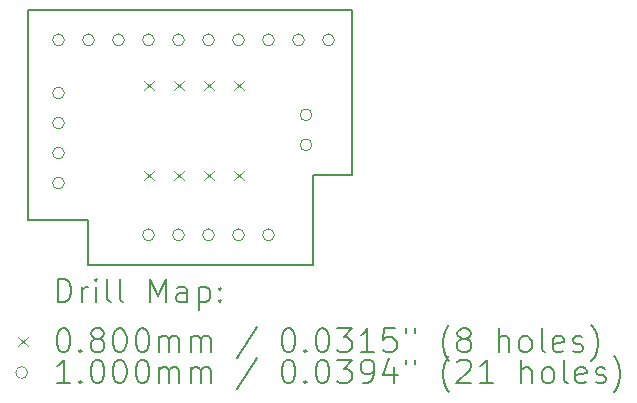
<source format=gbr>
%TF.GenerationSoftware,KiCad,Pcbnew,(6.0.10)*%
%TF.CreationDate,2023-02-01T23:57:24+02:00*%
%TF.ProjectId,Bomb,426f6d62-2e6b-4696-9361-645f70636258,rev?*%
%TF.SameCoordinates,Original*%
%TF.FileFunction,Drillmap*%
%TF.FilePolarity,Positive*%
%FSLAX45Y45*%
G04 Gerber Fmt 4.5, Leading zero omitted, Abs format (unit mm)*
G04 Created by KiCad (PCBNEW (6.0.10)) date 2023-02-01 23:57:24*
%MOMM*%
%LPD*%
G01*
G04 APERTURE LIST*
%ADD10C,0.150000*%
%ADD11C,0.200000*%
%ADD12C,0.080000*%
%ADD13C,0.100000*%
G04 APERTURE END LIST*
D10*
X11524000Y-6444000D02*
X11524000Y-4666000D01*
X12032000Y-6444000D02*
X12032000Y-6825000D01*
X13937000Y-6063000D02*
X13937000Y-6825000D01*
X11524000Y-6444000D02*
X12032000Y-6444000D01*
X14267200Y-4666000D02*
X14267200Y-6063000D01*
X13937000Y-6825000D02*
X12032000Y-6825000D01*
X11524000Y-4666000D02*
X14267200Y-4666000D01*
X13937000Y-6063000D02*
X14267200Y-6063000D01*
D11*
D12*
X12503926Y-5266624D02*
X12583926Y-5346624D01*
X12583926Y-5266624D02*
X12503926Y-5346624D01*
X12503926Y-6028624D02*
X12583926Y-6108624D01*
X12583926Y-6028624D02*
X12503926Y-6108624D01*
X12757926Y-5266624D02*
X12837926Y-5346624D01*
X12837926Y-5266624D02*
X12757926Y-5346624D01*
X12757926Y-6028624D02*
X12837926Y-6108624D01*
X12837926Y-6028624D02*
X12757926Y-6108624D01*
X13011926Y-5266624D02*
X13091926Y-5346624D01*
X13091926Y-5266624D02*
X13011926Y-5346624D01*
X13011926Y-6028624D02*
X13091926Y-6108624D01*
X13091926Y-6028624D02*
X13011926Y-6108624D01*
X13265926Y-5266624D02*
X13345926Y-5346624D01*
X13345926Y-5266624D02*
X13265926Y-5346624D01*
X13265926Y-6028624D02*
X13345926Y-6108624D01*
X13345926Y-6028624D02*
X13265926Y-6108624D01*
D13*
X11828000Y-4920000D02*
G75*
G03*
X11828000Y-4920000I-50000J0D01*
G01*
X11828000Y-5370750D02*
G75*
G03*
X11828000Y-5370750I-50000J0D01*
G01*
X11828000Y-5624750D02*
G75*
G03*
X11828000Y-5624750I-50000J0D01*
G01*
X11828000Y-5878750D02*
G75*
G03*
X11828000Y-5878750I-50000J0D01*
G01*
X11828000Y-6132750D02*
G75*
G03*
X11828000Y-6132750I-50000J0D01*
G01*
X12082000Y-4920000D02*
G75*
G03*
X12082000Y-4920000I-50000J0D01*
G01*
X12336000Y-4920000D02*
G75*
G03*
X12336000Y-4920000I-50000J0D01*
G01*
X12590000Y-4920000D02*
G75*
G03*
X12590000Y-4920000I-50000J0D01*
G01*
X12590000Y-6571000D02*
G75*
G03*
X12590000Y-6571000I-50000J0D01*
G01*
X12844000Y-4920000D02*
G75*
G03*
X12844000Y-4920000I-50000J0D01*
G01*
X12844000Y-6571000D02*
G75*
G03*
X12844000Y-6571000I-50000J0D01*
G01*
X13098000Y-4920000D02*
G75*
G03*
X13098000Y-4920000I-50000J0D01*
G01*
X13098000Y-6571000D02*
G75*
G03*
X13098000Y-6571000I-50000J0D01*
G01*
X13352000Y-4920000D02*
G75*
G03*
X13352000Y-4920000I-50000J0D01*
G01*
X13352000Y-6571000D02*
G75*
G03*
X13352000Y-6571000I-50000J0D01*
G01*
X13606000Y-4920000D02*
G75*
G03*
X13606000Y-4920000I-50000J0D01*
G01*
X13606000Y-6571000D02*
G75*
G03*
X13606000Y-6571000I-50000J0D01*
G01*
X13860000Y-4920000D02*
G75*
G03*
X13860000Y-4920000I-50000J0D01*
G01*
X13923500Y-5555000D02*
G75*
G03*
X13923500Y-5555000I-50000J0D01*
G01*
X13923500Y-5809000D02*
G75*
G03*
X13923500Y-5809000I-50000J0D01*
G01*
X14114000Y-4920000D02*
G75*
G03*
X14114000Y-4920000I-50000J0D01*
G01*
D11*
X11774119Y-7142976D02*
X11774119Y-6942976D01*
X11821738Y-6942976D01*
X11850309Y-6952500D01*
X11869357Y-6971548D01*
X11878881Y-6990595D01*
X11888405Y-7028690D01*
X11888405Y-7057262D01*
X11878881Y-7095357D01*
X11869357Y-7114405D01*
X11850309Y-7133452D01*
X11821738Y-7142976D01*
X11774119Y-7142976D01*
X11974119Y-7142976D02*
X11974119Y-7009643D01*
X11974119Y-7047738D02*
X11983643Y-7028690D01*
X11993167Y-7019167D01*
X12012214Y-7009643D01*
X12031262Y-7009643D01*
X12097928Y-7142976D02*
X12097928Y-7009643D01*
X12097928Y-6942976D02*
X12088405Y-6952500D01*
X12097928Y-6962024D01*
X12107452Y-6952500D01*
X12097928Y-6942976D01*
X12097928Y-6962024D01*
X12221738Y-7142976D02*
X12202690Y-7133452D01*
X12193167Y-7114405D01*
X12193167Y-6942976D01*
X12326500Y-7142976D02*
X12307452Y-7133452D01*
X12297928Y-7114405D01*
X12297928Y-6942976D01*
X12555071Y-7142976D02*
X12555071Y-6942976D01*
X12621738Y-7085833D01*
X12688405Y-6942976D01*
X12688405Y-7142976D01*
X12869357Y-7142976D02*
X12869357Y-7038214D01*
X12859833Y-7019167D01*
X12840786Y-7009643D01*
X12802690Y-7009643D01*
X12783643Y-7019167D01*
X12869357Y-7133452D02*
X12850309Y-7142976D01*
X12802690Y-7142976D01*
X12783643Y-7133452D01*
X12774119Y-7114405D01*
X12774119Y-7095357D01*
X12783643Y-7076309D01*
X12802690Y-7066786D01*
X12850309Y-7066786D01*
X12869357Y-7057262D01*
X12964595Y-7009643D02*
X12964595Y-7209643D01*
X12964595Y-7019167D02*
X12983643Y-7009643D01*
X13021738Y-7009643D01*
X13040786Y-7019167D01*
X13050309Y-7028690D01*
X13059833Y-7047738D01*
X13059833Y-7104881D01*
X13050309Y-7123928D01*
X13040786Y-7133452D01*
X13021738Y-7142976D01*
X12983643Y-7142976D01*
X12964595Y-7133452D01*
X13145548Y-7123928D02*
X13155071Y-7133452D01*
X13145548Y-7142976D01*
X13136024Y-7133452D01*
X13145548Y-7123928D01*
X13145548Y-7142976D01*
X13145548Y-7019167D02*
X13155071Y-7028690D01*
X13145548Y-7038214D01*
X13136024Y-7028690D01*
X13145548Y-7019167D01*
X13145548Y-7038214D01*
D12*
X11436500Y-7432500D02*
X11516500Y-7512500D01*
X11516500Y-7432500D02*
X11436500Y-7512500D01*
D11*
X11812214Y-7362976D02*
X11831262Y-7362976D01*
X11850309Y-7372500D01*
X11859833Y-7382024D01*
X11869357Y-7401071D01*
X11878881Y-7439167D01*
X11878881Y-7486786D01*
X11869357Y-7524881D01*
X11859833Y-7543928D01*
X11850309Y-7553452D01*
X11831262Y-7562976D01*
X11812214Y-7562976D01*
X11793167Y-7553452D01*
X11783643Y-7543928D01*
X11774119Y-7524881D01*
X11764595Y-7486786D01*
X11764595Y-7439167D01*
X11774119Y-7401071D01*
X11783643Y-7382024D01*
X11793167Y-7372500D01*
X11812214Y-7362976D01*
X11964595Y-7543928D02*
X11974119Y-7553452D01*
X11964595Y-7562976D01*
X11955071Y-7553452D01*
X11964595Y-7543928D01*
X11964595Y-7562976D01*
X12088405Y-7448690D02*
X12069357Y-7439167D01*
X12059833Y-7429643D01*
X12050309Y-7410595D01*
X12050309Y-7401071D01*
X12059833Y-7382024D01*
X12069357Y-7372500D01*
X12088405Y-7362976D01*
X12126500Y-7362976D01*
X12145548Y-7372500D01*
X12155071Y-7382024D01*
X12164595Y-7401071D01*
X12164595Y-7410595D01*
X12155071Y-7429643D01*
X12145548Y-7439167D01*
X12126500Y-7448690D01*
X12088405Y-7448690D01*
X12069357Y-7458214D01*
X12059833Y-7467738D01*
X12050309Y-7486786D01*
X12050309Y-7524881D01*
X12059833Y-7543928D01*
X12069357Y-7553452D01*
X12088405Y-7562976D01*
X12126500Y-7562976D01*
X12145548Y-7553452D01*
X12155071Y-7543928D01*
X12164595Y-7524881D01*
X12164595Y-7486786D01*
X12155071Y-7467738D01*
X12145548Y-7458214D01*
X12126500Y-7448690D01*
X12288405Y-7362976D02*
X12307452Y-7362976D01*
X12326500Y-7372500D01*
X12336024Y-7382024D01*
X12345548Y-7401071D01*
X12355071Y-7439167D01*
X12355071Y-7486786D01*
X12345548Y-7524881D01*
X12336024Y-7543928D01*
X12326500Y-7553452D01*
X12307452Y-7562976D01*
X12288405Y-7562976D01*
X12269357Y-7553452D01*
X12259833Y-7543928D01*
X12250309Y-7524881D01*
X12240786Y-7486786D01*
X12240786Y-7439167D01*
X12250309Y-7401071D01*
X12259833Y-7382024D01*
X12269357Y-7372500D01*
X12288405Y-7362976D01*
X12478881Y-7362976D02*
X12497928Y-7362976D01*
X12516976Y-7372500D01*
X12526500Y-7382024D01*
X12536024Y-7401071D01*
X12545548Y-7439167D01*
X12545548Y-7486786D01*
X12536024Y-7524881D01*
X12526500Y-7543928D01*
X12516976Y-7553452D01*
X12497928Y-7562976D01*
X12478881Y-7562976D01*
X12459833Y-7553452D01*
X12450309Y-7543928D01*
X12440786Y-7524881D01*
X12431262Y-7486786D01*
X12431262Y-7439167D01*
X12440786Y-7401071D01*
X12450309Y-7382024D01*
X12459833Y-7372500D01*
X12478881Y-7362976D01*
X12631262Y-7562976D02*
X12631262Y-7429643D01*
X12631262Y-7448690D02*
X12640786Y-7439167D01*
X12659833Y-7429643D01*
X12688405Y-7429643D01*
X12707452Y-7439167D01*
X12716976Y-7458214D01*
X12716976Y-7562976D01*
X12716976Y-7458214D02*
X12726500Y-7439167D01*
X12745548Y-7429643D01*
X12774119Y-7429643D01*
X12793167Y-7439167D01*
X12802690Y-7458214D01*
X12802690Y-7562976D01*
X12897928Y-7562976D02*
X12897928Y-7429643D01*
X12897928Y-7448690D02*
X12907452Y-7439167D01*
X12926500Y-7429643D01*
X12955071Y-7429643D01*
X12974119Y-7439167D01*
X12983643Y-7458214D01*
X12983643Y-7562976D01*
X12983643Y-7458214D02*
X12993167Y-7439167D01*
X13012214Y-7429643D01*
X13040786Y-7429643D01*
X13059833Y-7439167D01*
X13069357Y-7458214D01*
X13069357Y-7562976D01*
X13459833Y-7353452D02*
X13288405Y-7610595D01*
X13716976Y-7362976D02*
X13736024Y-7362976D01*
X13755071Y-7372500D01*
X13764595Y-7382024D01*
X13774119Y-7401071D01*
X13783643Y-7439167D01*
X13783643Y-7486786D01*
X13774119Y-7524881D01*
X13764595Y-7543928D01*
X13755071Y-7553452D01*
X13736024Y-7562976D01*
X13716976Y-7562976D01*
X13697928Y-7553452D01*
X13688405Y-7543928D01*
X13678881Y-7524881D01*
X13669357Y-7486786D01*
X13669357Y-7439167D01*
X13678881Y-7401071D01*
X13688405Y-7382024D01*
X13697928Y-7372500D01*
X13716976Y-7362976D01*
X13869357Y-7543928D02*
X13878881Y-7553452D01*
X13869357Y-7562976D01*
X13859833Y-7553452D01*
X13869357Y-7543928D01*
X13869357Y-7562976D01*
X14002690Y-7362976D02*
X14021738Y-7362976D01*
X14040786Y-7372500D01*
X14050309Y-7382024D01*
X14059833Y-7401071D01*
X14069357Y-7439167D01*
X14069357Y-7486786D01*
X14059833Y-7524881D01*
X14050309Y-7543928D01*
X14040786Y-7553452D01*
X14021738Y-7562976D01*
X14002690Y-7562976D01*
X13983643Y-7553452D01*
X13974119Y-7543928D01*
X13964595Y-7524881D01*
X13955071Y-7486786D01*
X13955071Y-7439167D01*
X13964595Y-7401071D01*
X13974119Y-7382024D01*
X13983643Y-7372500D01*
X14002690Y-7362976D01*
X14136024Y-7362976D02*
X14259833Y-7362976D01*
X14193167Y-7439167D01*
X14221738Y-7439167D01*
X14240786Y-7448690D01*
X14250309Y-7458214D01*
X14259833Y-7477262D01*
X14259833Y-7524881D01*
X14250309Y-7543928D01*
X14240786Y-7553452D01*
X14221738Y-7562976D01*
X14164595Y-7562976D01*
X14145548Y-7553452D01*
X14136024Y-7543928D01*
X14450309Y-7562976D02*
X14336024Y-7562976D01*
X14393167Y-7562976D02*
X14393167Y-7362976D01*
X14374119Y-7391548D01*
X14355071Y-7410595D01*
X14336024Y-7420119D01*
X14631262Y-7362976D02*
X14536024Y-7362976D01*
X14526500Y-7458214D01*
X14536024Y-7448690D01*
X14555071Y-7439167D01*
X14602690Y-7439167D01*
X14621738Y-7448690D01*
X14631262Y-7458214D01*
X14640786Y-7477262D01*
X14640786Y-7524881D01*
X14631262Y-7543928D01*
X14621738Y-7553452D01*
X14602690Y-7562976D01*
X14555071Y-7562976D01*
X14536024Y-7553452D01*
X14526500Y-7543928D01*
X14716976Y-7362976D02*
X14716976Y-7401071D01*
X14793167Y-7362976D02*
X14793167Y-7401071D01*
X15088405Y-7639167D02*
X15078881Y-7629643D01*
X15059833Y-7601071D01*
X15050309Y-7582024D01*
X15040786Y-7553452D01*
X15031262Y-7505833D01*
X15031262Y-7467738D01*
X15040786Y-7420119D01*
X15050309Y-7391548D01*
X15059833Y-7372500D01*
X15078881Y-7343928D01*
X15088405Y-7334405D01*
X15193167Y-7448690D02*
X15174119Y-7439167D01*
X15164595Y-7429643D01*
X15155071Y-7410595D01*
X15155071Y-7401071D01*
X15164595Y-7382024D01*
X15174119Y-7372500D01*
X15193167Y-7362976D01*
X15231262Y-7362976D01*
X15250309Y-7372500D01*
X15259833Y-7382024D01*
X15269357Y-7401071D01*
X15269357Y-7410595D01*
X15259833Y-7429643D01*
X15250309Y-7439167D01*
X15231262Y-7448690D01*
X15193167Y-7448690D01*
X15174119Y-7458214D01*
X15164595Y-7467738D01*
X15155071Y-7486786D01*
X15155071Y-7524881D01*
X15164595Y-7543928D01*
X15174119Y-7553452D01*
X15193167Y-7562976D01*
X15231262Y-7562976D01*
X15250309Y-7553452D01*
X15259833Y-7543928D01*
X15269357Y-7524881D01*
X15269357Y-7486786D01*
X15259833Y-7467738D01*
X15250309Y-7458214D01*
X15231262Y-7448690D01*
X15507452Y-7562976D02*
X15507452Y-7362976D01*
X15593167Y-7562976D02*
X15593167Y-7458214D01*
X15583643Y-7439167D01*
X15564595Y-7429643D01*
X15536024Y-7429643D01*
X15516976Y-7439167D01*
X15507452Y-7448690D01*
X15716976Y-7562976D02*
X15697928Y-7553452D01*
X15688405Y-7543928D01*
X15678881Y-7524881D01*
X15678881Y-7467738D01*
X15688405Y-7448690D01*
X15697928Y-7439167D01*
X15716976Y-7429643D01*
X15745548Y-7429643D01*
X15764595Y-7439167D01*
X15774119Y-7448690D01*
X15783643Y-7467738D01*
X15783643Y-7524881D01*
X15774119Y-7543928D01*
X15764595Y-7553452D01*
X15745548Y-7562976D01*
X15716976Y-7562976D01*
X15897928Y-7562976D02*
X15878881Y-7553452D01*
X15869357Y-7534405D01*
X15869357Y-7362976D01*
X16050309Y-7553452D02*
X16031262Y-7562976D01*
X15993167Y-7562976D01*
X15974119Y-7553452D01*
X15964595Y-7534405D01*
X15964595Y-7458214D01*
X15974119Y-7439167D01*
X15993167Y-7429643D01*
X16031262Y-7429643D01*
X16050309Y-7439167D01*
X16059833Y-7458214D01*
X16059833Y-7477262D01*
X15964595Y-7496309D01*
X16136024Y-7553452D02*
X16155071Y-7562976D01*
X16193167Y-7562976D01*
X16212214Y-7553452D01*
X16221738Y-7534405D01*
X16221738Y-7524881D01*
X16212214Y-7505833D01*
X16193167Y-7496309D01*
X16164595Y-7496309D01*
X16145548Y-7486786D01*
X16136024Y-7467738D01*
X16136024Y-7458214D01*
X16145548Y-7439167D01*
X16164595Y-7429643D01*
X16193167Y-7429643D01*
X16212214Y-7439167D01*
X16288405Y-7639167D02*
X16297928Y-7629643D01*
X16316976Y-7601071D01*
X16326500Y-7582024D01*
X16336024Y-7553452D01*
X16345548Y-7505833D01*
X16345548Y-7467738D01*
X16336024Y-7420119D01*
X16326500Y-7391548D01*
X16316976Y-7372500D01*
X16297928Y-7343928D01*
X16288405Y-7334405D01*
D13*
X11516500Y-7736500D02*
G75*
G03*
X11516500Y-7736500I-50000J0D01*
G01*
D11*
X11878881Y-7826976D02*
X11764595Y-7826976D01*
X11821738Y-7826976D02*
X11821738Y-7626976D01*
X11802690Y-7655548D01*
X11783643Y-7674595D01*
X11764595Y-7684119D01*
X11964595Y-7807928D02*
X11974119Y-7817452D01*
X11964595Y-7826976D01*
X11955071Y-7817452D01*
X11964595Y-7807928D01*
X11964595Y-7826976D01*
X12097928Y-7626976D02*
X12116976Y-7626976D01*
X12136024Y-7636500D01*
X12145548Y-7646024D01*
X12155071Y-7665071D01*
X12164595Y-7703167D01*
X12164595Y-7750786D01*
X12155071Y-7788881D01*
X12145548Y-7807928D01*
X12136024Y-7817452D01*
X12116976Y-7826976D01*
X12097928Y-7826976D01*
X12078881Y-7817452D01*
X12069357Y-7807928D01*
X12059833Y-7788881D01*
X12050309Y-7750786D01*
X12050309Y-7703167D01*
X12059833Y-7665071D01*
X12069357Y-7646024D01*
X12078881Y-7636500D01*
X12097928Y-7626976D01*
X12288405Y-7626976D02*
X12307452Y-7626976D01*
X12326500Y-7636500D01*
X12336024Y-7646024D01*
X12345548Y-7665071D01*
X12355071Y-7703167D01*
X12355071Y-7750786D01*
X12345548Y-7788881D01*
X12336024Y-7807928D01*
X12326500Y-7817452D01*
X12307452Y-7826976D01*
X12288405Y-7826976D01*
X12269357Y-7817452D01*
X12259833Y-7807928D01*
X12250309Y-7788881D01*
X12240786Y-7750786D01*
X12240786Y-7703167D01*
X12250309Y-7665071D01*
X12259833Y-7646024D01*
X12269357Y-7636500D01*
X12288405Y-7626976D01*
X12478881Y-7626976D02*
X12497928Y-7626976D01*
X12516976Y-7636500D01*
X12526500Y-7646024D01*
X12536024Y-7665071D01*
X12545548Y-7703167D01*
X12545548Y-7750786D01*
X12536024Y-7788881D01*
X12526500Y-7807928D01*
X12516976Y-7817452D01*
X12497928Y-7826976D01*
X12478881Y-7826976D01*
X12459833Y-7817452D01*
X12450309Y-7807928D01*
X12440786Y-7788881D01*
X12431262Y-7750786D01*
X12431262Y-7703167D01*
X12440786Y-7665071D01*
X12450309Y-7646024D01*
X12459833Y-7636500D01*
X12478881Y-7626976D01*
X12631262Y-7826976D02*
X12631262Y-7693643D01*
X12631262Y-7712690D02*
X12640786Y-7703167D01*
X12659833Y-7693643D01*
X12688405Y-7693643D01*
X12707452Y-7703167D01*
X12716976Y-7722214D01*
X12716976Y-7826976D01*
X12716976Y-7722214D02*
X12726500Y-7703167D01*
X12745548Y-7693643D01*
X12774119Y-7693643D01*
X12793167Y-7703167D01*
X12802690Y-7722214D01*
X12802690Y-7826976D01*
X12897928Y-7826976D02*
X12897928Y-7693643D01*
X12897928Y-7712690D02*
X12907452Y-7703167D01*
X12926500Y-7693643D01*
X12955071Y-7693643D01*
X12974119Y-7703167D01*
X12983643Y-7722214D01*
X12983643Y-7826976D01*
X12983643Y-7722214D02*
X12993167Y-7703167D01*
X13012214Y-7693643D01*
X13040786Y-7693643D01*
X13059833Y-7703167D01*
X13069357Y-7722214D01*
X13069357Y-7826976D01*
X13459833Y-7617452D02*
X13288405Y-7874595D01*
X13716976Y-7626976D02*
X13736024Y-7626976D01*
X13755071Y-7636500D01*
X13764595Y-7646024D01*
X13774119Y-7665071D01*
X13783643Y-7703167D01*
X13783643Y-7750786D01*
X13774119Y-7788881D01*
X13764595Y-7807928D01*
X13755071Y-7817452D01*
X13736024Y-7826976D01*
X13716976Y-7826976D01*
X13697928Y-7817452D01*
X13688405Y-7807928D01*
X13678881Y-7788881D01*
X13669357Y-7750786D01*
X13669357Y-7703167D01*
X13678881Y-7665071D01*
X13688405Y-7646024D01*
X13697928Y-7636500D01*
X13716976Y-7626976D01*
X13869357Y-7807928D02*
X13878881Y-7817452D01*
X13869357Y-7826976D01*
X13859833Y-7817452D01*
X13869357Y-7807928D01*
X13869357Y-7826976D01*
X14002690Y-7626976D02*
X14021738Y-7626976D01*
X14040786Y-7636500D01*
X14050309Y-7646024D01*
X14059833Y-7665071D01*
X14069357Y-7703167D01*
X14069357Y-7750786D01*
X14059833Y-7788881D01*
X14050309Y-7807928D01*
X14040786Y-7817452D01*
X14021738Y-7826976D01*
X14002690Y-7826976D01*
X13983643Y-7817452D01*
X13974119Y-7807928D01*
X13964595Y-7788881D01*
X13955071Y-7750786D01*
X13955071Y-7703167D01*
X13964595Y-7665071D01*
X13974119Y-7646024D01*
X13983643Y-7636500D01*
X14002690Y-7626976D01*
X14136024Y-7626976D02*
X14259833Y-7626976D01*
X14193167Y-7703167D01*
X14221738Y-7703167D01*
X14240786Y-7712690D01*
X14250309Y-7722214D01*
X14259833Y-7741262D01*
X14259833Y-7788881D01*
X14250309Y-7807928D01*
X14240786Y-7817452D01*
X14221738Y-7826976D01*
X14164595Y-7826976D01*
X14145548Y-7817452D01*
X14136024Y-7807928D01*
X14355071Y-7826976D02*
X14393167Y-7826976D01*
X14412214Y-7817452D01*
X14421738Y-7807928D01*
X14440786Y-7779357D01*
X14450309Y-7741262D01*
X14450309Y-7665071D01*
X14440786Y-7646024D01*
X14431262Y-7636500D01*
X14412214Y-7626976D01*
X14374119Y-7626976D01*
X14355071Y-7636500D01*
X14345548Y-7646024D01*
X14336024Y-7665071D01*
X14336024Y-7712690D01*
X14345548Y-7731738D01*
X14355071Y-7741262D01*
X14374119Y-7750786D01*
X14412214Y-7750786D01*
X14431262Y-7741262D01*
X14440786Y-7731738D01*
X14450309Y-7712690D01*
X14621738Y-7693643D02*
X14621738Y-7826976D01*
X14574119Y-7617452D02*
X14526500Y-7760309D01*
X14650309Y-7760309D01*
X14716976Y-7626976D02*
X14716976Y-7665071D01*
X14793167Y-7626976D02*
X14793167Y-7665071D01*
X15088405Y-7903167D02*
X15078881Y-7893643D01*
X15059833Y-7865071D01*
X15050309Y-7846024D01*
X15040786Y-7817452D01*
X15031262Y-7769833D01*
X15031262Y-7731738D01*
X15040786Y-7684119D01*
X15050309Y-7655548D01*
X15059833Y-7636500D01*
X15078881Y-7607928D01*
X15088405Y-7598405D01*
X15155071Y-7646024D02*
X15164595Y-7636500D01*
X15183643Y-7626976D01*
X15231262Y-7626976D01*
X15250309Y-7636500D01*
X15259833Y-7646024D01*
X15269357Y-7665071D01*
X15269357Y-7684119D01*
X15259833Y-7712690D01*
X15145548Y-7826976D01*
X15269357Y-7826976D01*
X15459833Y-7826976D02*
X15345548Y-7826976D01*
X15402690Y-7826976D02*
X15402690Y-7626976D01*
X15383643Y-7655548D01*
X15364595Y-7674595D01*
X15345548Y-7684119D01*
X15697928Y-7826976D02*
X15697928Y-7626976D01*
X15783643Y-7826976D02*
X15783643Y-7722214D01*
X15774119Y-7703167D01*
X15755071Y-7693643D01*
X15726500Y-7693643D01*
X15707452Y-7703167D01*
X15697928Y-7712690D01*
X15907452Y-7826976D02*
X15888405Y-7817452D01*
X15878881Y-7807928D01*
X15869357Y-7788881D01*
X15869357Y-7731738D01*
X15878881Y-7712690D01*
X15888405Y-7703167D01*
X15907452Y-7693643D01*
X15936024Y-7693643D01*
X15955071Y-7703167D01*
X15964595Y-7712690D01*
X15974119Y-7731738D01*
X15974119Y-7788881D01*
X15964595Y-7807928D01*
X15955071Y-7817452D01*
X15936024Y-7826976D01*
X15907452Y-7826976D01*
X16088405Y-7826976D02*
X16069357Y-7817452D01*
X16059833Y-7798405D01*
X16059833Y-7626976D01*
X16240786Y-7817452D02*
X16221738Y-7826976D01*
X16183643Y-7826976D01*
X16164595Y-7817452D01*
X16155071Y-7798405D01*
X16155071Y-7722214D01*
X16164595Y-7703167D01*
X16183643Y-7693643D01*
X16221738Y-7693643D01*
X16240786Y-7703167D01*
X16250309Y-7722214D01*
X16250309Y-7741262D01*
X16155071Y-7760309D01*
X16326500Y-7817452D02*
X16345548Y-7826976D01*
X16383643Y-7826976D01*
X16402690Y-7817452D01*
X16412214Y-7798405D01*
X16412214Y-7788881D01*
X16402690Y-7769833D01*
X16383643Y-7760309D01*
X16355071Y-7760309D01*
X16336024Y-7750786D01*
X16326500Y-7731738D01*
X16326500Y-7722214D01*
X16336024Y-7703167D01*
X16355071Y-7693643D01*
X16383643Y-7693643D01*
X16402690Y-7703167D01*
X16478881Y-7903167D02*
X16488405Y-7893643D01*
X16507452Y-7865071D01*
X16516976Y-7846024D01*
X16526500Y-7817452D01*
X16536024Y-7769833D01*
X16536024Y-7731738D01*
X16526500Y-7684119D01*
X16516976Y-7655548D01*
X16507452Y-7636500D01*
X16488405Y-7607928D01*
X16478881Y-7598405D01*
M02*

</source>
